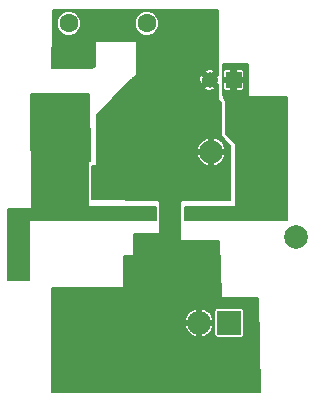
<source format=gbl>
G04 #@! TF.FileFunction,Copper,L2,Bot,Signal*
%FSLAX46Y46*%
G04 Gerber Fmt 4.6, Leading zero omitted, Abs format (unit mm)*
G04 Created by KiCad (PCBNEW 4.0.2-stable) date Tuesday, November 15, 2016 'AMt' 11:42:37 AM*
%MOMM*%
G01*
G04 APERTURE LIST*
%ADD10C,0.100000*%
%ADD11R,2.032000X2.032000*%
%ADD12O,2.032000X2.032000*%
%ADD13R,1.350000X1.350000*%
%ADD14C,1.350000*%
%ADD15C,1.998980*%
%ADD16C,1.600000*%
%ADD17C,0.685800*%
%ADD18C,0.152400*%
G04 APERTURE END LIST*
D10*
D11*
X158623000Y-110617000D03*
D12*
X156083000Y-110617000D03*
D13*
X158988000Y-90043000D03*
D14*
X156988000Y-90043000D03*
D15*
X157099000Y-96139000D03*
X164283205Y-103323205D03*
D16*
X151636000Y-85267800D03*
X145036000Y-85267800D03*
D17*
X143637000Y-94488000D03*
X144399000Y-95504000D03*
X144399000Y-97155000D03*
X144145000Y-98806000D03*
X140716000Y-101346000D03*
X141859000Y-101346000D03*
X143002000Y-100076000D03*
X143002000Y-101346000D03*
X144145000Y-101346000D03*
X144145000Y-100076000D03*
X145415000Y-100076000D03*
X145415000Y-101346000D03*
X146558000Y-101346000D03*
X148336000Y-101346000D03*
X149733000Y-101346000D03*
X142875000Y-91694000D03*
X144780000Y-91821000D03*
X146177000Y-91821000D03*
X146177000Y-93091000D03*
X144780000Y-93091000D03*
X144780000Y-94488000D03*
X146177000Y-94488000D03*
X153289000Y-99441000D03*
X155321000Y-99441000D03*
X157353000Y-99441000D03*
X157353000Y-98044000D03*
X155448000Y-98044000D03*
X153289000Y-98044000D03*
X151511000Y-98044000D03*
X149860000Y-98044000D03*
X148082000Y-97282000D03*
X149860000Y-96774000D03*
X151638000Y-96774000D03*
X153289000Y-96647000D03*
X155321000Y-96647000D03*
X155321000Y-94869000D03*
X153289000Y-94869000D03*
X151384000Y-94869000D03*
X148844000Y-94869000D03*
X148717000Y-92964000D03*
X151511000Y-92964000D03*
X153289000Y-92964000D03*
X155448000Y-92964000D03*
X155448000Y-91186000D03*
X153289000Y-91059000D03*
X151511000Y-91059000D03*
X149860000Y-91567000D03*
X151765000Y-89662000D03*
X153924000Y-89662000D03*
X155575000Y-89662000D03*
X157226000Y-88519000D03*
X155194000Y-88519000D03*
X153416000Y-88392000D03*
X153416000Y-86741000D03*
X155321000Y-86741000D03*
X156972000Y-86741000D03*
X156972000Y-84836000D03*
X155321000Y-84836000D03*
X153543000Y-84836000D03*
X157480000Y-104140000D03*
X157480000Y-107950000D03*
X155575000Y-107950000D03*
X154305000Y-108585000D03*
X152400000Y-108585000D03*
X144780000Y-115570000D03*
X146685000Y-115570000D03*
X148590000Y-115570000D03*
X150495000Y-115570000D03*
X152400000Y-115570000D03*
X154305000Y-115570000D03*
X156210000Y-115570000D03*
X158115000Y-115570000D03*
X160020000Y-115570000D03*
X160020000Y-114300000D03*
X158115000Y-114300000D03*
X156210000Y-114300000D03*
X154305000Y-114300000D03*
X152400000Y-114300000D03*
X150495000Y-114300000D03*
X148590000Y-114300000D03*
X146685000Y-114300000D03*
X144780000Y-114300000D03*
X144780000Y-112395000D03*
X146685000Y-112395000D03*
X148590000Y-112395000D03*
X150495000Y-112395000D03*
X152400000Y-112395000D03*
X154305000Y-112395000D03*
X154305000Y-110490000D03*
X152400000Y-110490000D03*
X150495000Y-110490000D03*
X148590000Y-110490000D03*
X146685000Y-110490000D03*
X144780000Y-110490000D03*
X144780000Y-108585000D03*
X146685000Y-108585000D03*
X148590000Y-108585000D03*
X150495000Y-108585000D03*
X151765000Y-107188000D03*
X150368000Y-107188000D03*
X151511000Y-105918000D03*
X151511000Y-104394000D03*
X153543000Y-104394000D03*
X155067000Y-104394000D03*
X153543000Y-103378000D03*
X153543000Y-101981000D03*
X153543000Y-100584000D03*
X151511000Y-99441000D03*
X149860000Y-99441000D03*
X159258000Y-91694000D03*
X161290000Y-92329000D03*
X162560000Y-92202000D03*
X162560000Y-93599000D03*
X161163000Y-93599000D03*
X160020000Y-95504000D03*
X159766000Y-96774000D03*
X161417000Y-96774000D03*
X162814000Y-96774000D03*
X162814000Y-98298000D03*
X161417000Y-98298000D03*
X159766000Y-98298000D03*
X159766000Y-99695000D03*
X161163000Y-99695000D03*
X162814000Y-99695000D03*
X162814000Y-101346000D03*
X161163000Y-101346000D03*
X159385000Y-101346000D03*
X157734000Y-101346000D03*
D18*
X143637000Y-94742000D02*
X143637000Y-94488000D01*
X144399000Y-95504000D02*
X143637000Y-94742000D01*
X144399000Y-98552000D02*
X144399000Y-97155000D01*
X144145000Y-98806000D02*
X144399000Y-98552000D01*
X141859000Y-101346000D02*
X140716000Y-101346000D01*
X144145000Y-101346000D02*
X143002000Y-101346000D01*
X145415000Y-100076000D02*
X144145000Y-100076000D01*
X146558000Y-101346000D02*
X145415000Y-101346000D01*
X149733000Y-101346000D02*
X148336000Y-101346000D01*
X146177000Y-91821000D02*
X144780000Y-91821000D01*
X144780000Y-93091000D02*
X146177000Y-93091000D01*
X146177000Y-94488000D02*
X144780000Y-94488000D01*
X153289000Y-99441000D02*
X155321000Y-99441000D01*
X157353000Y-99441000D02*
X157353000Y-98044000D01*
X155448000Y-98044000D02*
X153289000Y-98044000D01*
X151511000Y-98044000D02*
X149860000Y-98044000D01*
X148082000Y-97282000D02*
X148590000Y-96774000D01*
X148590000Y-96774000D02*
X149860000Y-96774000D01*
X151638000Y-96774000D02*
X151765000Y-96647000D01*
X151765000Y-96647000D02*
X153289000Y-96647000D01*
X155321000Y-96647000D02*
X155321000Y-94869000D01*
X153289000Y-94869000D02*
X151384000Y-94869000D01*
X148844000Y-94869000D02*
X148717000Y-94742000D01*
X148717000Y-94742000D02*
X148717000Y-92964000D01*
X151511000Y-92964000D02*
X153289000Y-92964000D01*
X155448000Y-92964000D02*
X155448000Y-91186000D01*
X153289000Y-91059000D02*
X151511000Y-91059000D01*
X149860000Y-91567000D02*
X151765000Y-89662000D01*
X153924000Y-89662000D02*
X155575000Y-89662000D01*
X157226000Y-88519000D02*
X155194000Y-88519000D01*
X153416000Y-88392000D02*
X153416000Y-86741000D01*
X155321000Y-86741000D02*
X156972000Y-86741000D01*
X156972000Y-84836000D02*
X155321000Y-84836000D01*
X155575000Y-107950000D02*
X157480000Y-107950000D01*
X152400000Y-108585000D02*
X154305000Y-108585000D01*
X146685000Y-115570000D02*
X144780000Y-115570000D01*
X150495000Y-115570000D02*
X148590000Y-115570000D01*
X154305000Y-115570000D02*
X152400000Y-115570000D01*
X158115000Y-115570000D02*
X156210000Y-115570000D01*
X160020000Y-114300000D02*
X160020000Y-115570000D01*
X156210000Y-114300000D02*
X158115000Y-114300000D01*
X152400000Y-114300000D02*
X154305000Y-114300000D01*
X148590000Y-114300000D02*
X150495000Y-114300000D01*
X144780000Y-114300000D02*
X146685000Y-114300000D01*
X146685000Y-112395000D02*
X144780000Y-112395000D01*
X150495000Y-112395000D02*
X148590000Y-112395000D01*
X154305000Y-112395000D02*
X152400000Y-112395000D01*
X152400000Y-110490000D02*
X154305000Y-110490000D01*
X148590000Y-110490000D02*
X150495000Y-110490000D01*
X144780000Y-110490000D02*
X146685000Y-110490000D01*
X146685000Y-108585000D02*
X144780000Y-108585000D01*
X150495000Y-108585000D02*
X148590000Y-108585000D01*
X150368000Y-107061000D02*
X150368000Y-107188000D01*
X151511000Y-105918000D02*
X150368000Y-107061000D01*
X153543000Y-104394000D02*
X151511000Y-104394000D01*
X154559000Y-104394000D02*
X155067000Y-104394000D01*
X153543000Y-103378000D02*
X154559000Y-104394000D01*
X153543000Y-100584000D02*
X153543000Y-101981000D01*
X149860000Y-99441000D02*
X151511000Y-99441000D01*
X162433000Y-92329000D02*
X161290000Y-92329000D01*
X162560000Y-92202000D02*
X162433000Y-92329000D01*
X161163000Y-93599000D02*
X162560000Y-93599000D01*
X160020000Y-96520000D02*
X160020000Y-95504000D01*
X159766000Y-96774000D02*
X160020000Y-96520000D01*
X162814000Y-96774000D02*
X161417000Y-96774000D01*
X161417000Y-98298000D02*
X162814000Y-98298000D01*
X159766000Y-99695000D02*
X159766000Y-98298000D01*
X162814000Y-99695000D02*
X161163000Y-99695000D01*
X161163000Y-101346000D02*
X162814000Y-101346000D01*
X157734000Y-101346000D02*
X159385000Y-101346000D01*
G36*
X157657800Y-89624647D02*
X157239447Y-90043000D01*
X157657800Y-90461353D01*
X157657800Y-91694000D01*
X157663803Y-91723646D01*
X157680118Y-91747882D01*
X157911800Y-91979564D01*
X157911800Y-94742000D01*
X157917803Y-94771646D01*
X157930145Y-94791590D01*
X158673800Y-95659188D01*
X158673800Y-100253800D01*
X154559000Y-100253800D01*
X154529354Y-100259803D01*
X154504379Y-100276868D01*
X154488011Y-100302305D01*
X154482800Y-100330000D01*
X154482800Y-103632000D01*
X154488803Y-103661646D01*
X154505868Y-103686621D01*
X154531305Y-103702989D01*
X154559000Y-103708200D01*
X157786778Y-103708200D01*
X157911826Y-108460005D01*
X157918608Y-108489482D01*
X157936323Y-108514000D01*
X157962182Y-108529693D01*
X157988000Y-108534200D01*
X161087981Y-108534200D01*
X161212600Y-116509800D01*
X143586200Y-116509800D01*
X143586200Y-110985315D01*
X154894129Y-110985315D01*
X155125574Y-111412240D01*
X155502779Y-111718097D01*
X155714688Y-111805855D01*
X155905200Y-111791063D01*
X155905200Y-110794800D01*
X156260800Y-110794800D01*
X156260800Y-111791063D01*
X156451312Y-111805855D01*
X156663221Y-111718097D01*
X157040426Y-111412240D01*
X157271871Y-110985315D01*
X157257701Y-110794800D01*
X156260800Y-110794800D01*
X155905200Y-110794800D01*
X154908299Y-110794800D01*
X154894129Y-110985315D01*
X143586200Y-110985315D01*
X143586200Y-110248685D01*
X154894129Y-110248685D01*
X154908299Y-110439200D01*
X155905200Y-110439200D01*
X155905200Y-109442937D01*
X156260800Y-109442937D01*
X156260800Y-110439200D01*
X157257701Y-110439200D01*
X157271871Y-110248685D01*
X157040426Y-109821760D01*
X156768169Y-109601000D01*
X157373922Y-109601000D01*
X157373922Y-111633000D01*
X157389862Y-111717714D01*
X157439928Y-111795518D01*
X157516320Y-111847715D01*
X157607000Y-111866078D01*
X159639000Y-111866078D01*
X159723714Y-111850138D01*
X159801518Y-111800072D01*
X159853715Y-111723680D01*
X159872078Y-111633000D01*
X159872078Y-109601000D01*
X159856138Y-109516286D01*
X159806072Y-109438482D01*
X159729680Y-109386285D01*
X159639000Y-109367922D01*
X157607000Y-109367922D01*
X157522286Y-109383862D01*
X157444482Y-109433928D01*
X157392285Y-109510320D01*
X157373922Y-109601000D01*
X156768169Y-109601000D01*
X156663221Y-109515903D01*
X156451312Y-109428145D01*
X156260800Y-109442937D01*
X155905200Y-109442937D01*
X155714688Y-109428145D01*
X155502779Y-109515903D01*
X155125574Y-109821760D01*
X154894129Y-110248685D01*
X143586200Y-110248685D01*
X143586200Y-107645200D01*
X149606000Y-107645200D01*
X149635646Y-107639197D01*
X149660621Y-107622132D01*
X149676989Y-107596695D01*
X149682200Y-107569000D01*
X149682200Y-104978200D01*
X150495000Y-104978200D01*
X150524646Y-104972197D01*
X150549621Y-104955132D01*
X150565989Y-104929695D01*
X150571200Y-104902000D01*
X150571200Y-103073200D01*
X152654000Y-103073200D01*
X152683646Y-103067197D01*
X152708621Y-103050132D01*
X152724989Y-103024695D01*
X152730200Y-102997000D01*
X152730200Y-100330000D01*
X152724197Y-100300354D01*
X152707132Y-100275379D01*
X152681695Y-100259011D01*
X152655693Y-100253819D01*
X147015200Y-100128475D01*
X147015200Y-97358200D01*
X147320000Y-97358200D01*
X147349646Y-97352197D01*
X147374621Y-97335132D01*
X147390989Y-97309695D01*
X147396200Y-97282000D01*
X147396200Y-96508506D01*
X155902612Y-96508506D01*
X156135085Y-96938217D01*
X156514306Y-97246255D01*
X156729494Y-97335388D01*
X156921200Y-97320699D01*
X156921200Y-96316800D01*
X157276800Y-96316800D01*
X157276800Y-97320699D01*
X157468506Y-97335388D01*
X157898217Y-97102915D01*
X158206255Y-96723694D01*
X158295388Y-96508506D01*
X158280699Y-96316800D01*
X157276800Y-96316800D01*
X156921200Y-96316800D01*
X155917301Y-96316800D01*
X155902612Y-96508506D01*
X147396200Y-96508506D01*
X147396200Y-95769494D01*
X155902612Y-95769494D01*
X155917301Y-95961200D01*
X156921200Y-95961200D01*
X156921200Y-94957301D01*
X157276800Y-94957301D01*
X157276800Y-95961200D01*
X158280699Y-95961200D01*
X158295388Y-95769494D01*
X158062915Y-95339783D01*
X157683694Y-95031745D01*
X157468506Y-94942612D01*
X157276800Y-94957301D01*
X156921200Y-94957301D01*
X156729494Y-94942612D01*
X156299783Y-95175085D01*
X155991745Y-95554306D01*
X155902612Y-95769494D01*
X147396200Y-95769494D01*
X147396200Y-92995564D01*
X149625066Y-90766698D01*
X156515749Y-90766698D01*
X156600495Y-90878846D01*
X156949856Y-90963513D01*
X157305024Y-90908040D01*
X157375505Y-90878846D01*
X157460251Y-90766698D01*
X156988000Y-90294447D01*
X156515749Y-90766698D01*
X149625066Y-90766698D01*
X150386908Y-90004856D01*
X156067487Y-90004856D01*
X156122960Y-90360024D01*
X156152154Y-90430505D01*
X156264302Y-90515251D01*
X156736553Y-90043000D01*
X156264302Y-89570749D01*
X156152154Y-89655495D01*
X156067487Y-90004856D01*
X150386908Y-90004856D01*
X150802882Y-89588882D01*
X150819599Y-89563673D01*
X150825200Y-89535000D01*
X150825200Y-89319302D01*
X156515749Y-89319302D01*
X156988000Y-89791553D01*
X157460251Y-89319302D01*
X157375505Y-89207154D01*
X157026144Y-89122487D01*
X156670976Y-89177960D01*
X156600495Y-89207154D01*
X156515749Y-89319302D01*
X150825200Y-89319302D01*
X150825200Y-86868000D01*
X150819197Y-86838354D01*
X150802132Y-86813379D01*
X150776695Y-86797011D01*
X150749000Y-86791800D01*
X147320000Y-86791800D01*
X147290354Y-86797803D01*
X147265379Y-86814868D01*
X147249011Y-86840305D01*
X147243800Y-86868000D01*
X147243800Y-88868436D01*
X147034436Y-89077800D01*
X143588129Y-89077800D01*
X143678286Y-85471503D01*
X144007222Y-85471503D01*
X144163487Y-85849694D01*
X144452584Y-86139296D01*
X144830501Y-86296221D01*
X145239703Y-86296578D01*
X145617894Y-86140313D01*
X145907496Y-85851216D01*
X146064421Y-85473299D01*
X146064422Y-85471503D01*
X150607222Y-85471503D01*
X150763487Y-85849694D01*
X151052584Y-86139296D01*
X151430501Y-86296221D01*
X151839703Y-86296578D01*
X152217894Y-86140313D01*
X152507496Y-85851216D01*
X152664421Y-85473299D01*
X152664778Y-85064097D01*
X152508513Y-84685906D01*
X152219416Y-84396304D01*
X151841499Y-84239379D01*
X151432297Y-84239022D01*
X151054106Y-84395287D01*
X150764504Y-84684384D01*
X150607579Y-85062301D01*
X150607222Y-85471503D01*
X146064422Y-85471503D01*
X146064778Y-85064097D01*
X145908513Y-84685906D01*
X145619416Y-84396304D01*
X145241499Y-84239379D01*
X144832297Y-84239022D01*
X144454106Y-84395287D01*
X144164504Y-84684384D01*
X144007579Y-85062301D01*
X144007222Y-85471503D01*
X143678286Y-85471503D01*
X143711319Y-84150200D01*
X157657800Y-84150200D01*
X157657800Y-89624647D01*
X157657800Y-89624647D01*
G37*
X157657800Y-89624647D02*
X157239447Y-90043000D01*
X157657800Y-90461353D01*
X157657800Y-91694000D01*
X157663803Y-91723646D01*
X157680118Y-91747882D01*
X157911800Y-91979564D01*
X157911800Y-94742000D01*
X157917803Y-94771646D01*
X157930145Y-94791590D01*
X158673800Y-95659188D01*
X158673800Y-100253800D01*
X154559000Y-100253800D01*
X154529354Y-100259803D01*
X154504379Y-100276868D01*
X154488011Y-100302305D01*
X154482800Y-100330000D01*
X154482800Y-103632000D01*
X154488803Y-103661646D01*
X154505868Y-103686621D01*
X154531305Y-103702989D01*
X154559000Y-103708200D01*
X157786778Y-103708200D01*
X157911826Y-108460005D01*
X157918608Y-108489482D01*
X157936323Y-108514000D01*
X157962182Y-108529693D01*
X157988000Y-108534200D01*
X161087981Y-108534200D01*
X161212600Y-116509800D01*
X143586200Y-116509800D01*
X143586200Y-110985315D01*
X154894129Y-110985315D01*
X155125574Y-111412240D01*
X155502779Y-111718097D01*
X155714688Y-111805855D01*
X155905200Y-111791063D01*
X155905200Y-110794800D01*
X156260800Y-110794800D01*
X156260800Y-111791063D01*
X156451312Y-111805855D01*
X156663221Y-111718097D01*
X157040426Y-111412240D01*
X157271871Y-110985315D01*
X157257701Y-110794800D01*
X156260800Y-110794800D01*
X155905200Y-110794800D01*
X154908299Y-110794800D01*
X154894129Y-110985315D01*
X143586200Y-110985315D01*
X143586200Y-110248685D01*
X154894129Y-110248685D01*
X154908299Y-110439200D01*
X155905200Y-110439200D01*
X155905200Y-109442937D01*
X156260800Y-109442937D01*
X156260800Y-110439200D01*
X157257701Y-110439200D01*
X157271871Y-110248685D01*
X157040426Y-109821760D01*
X156768169Y-109601000D01*
X157373922Y-109601000D01*
X157373922Y-111633000D01*
X157389862Y-111717714D01*
X157439928Y-111795518D01*
X157516320Y-111847715D01*
X157607000Y-111866078D01*
X159639000Y-111866078D01*
X159723714Y-111850138D01*
X159801518Y-111800072D01*
X159853715Y-111723680D01*
X159872078Y-111633000D01*
X159872078Y-109601000D01*
X159856138Y-109516286D01*
X159806072Y-109438482D01*
X159729680Y-109386285D01*
X159639000Y-109367922D01*
X157607000Y-109367922D01*
X157522286Y-109383862D01*
X157444482Y-109433928D01*
X157392285Y-109510320D01*
X157373922Y-109601000D01*
X156768169Y-109601000D01*
X156663221Y-109515903D01*
X156451312Y-109428145D01*
X156260800Y-109442937D01*
X155905200Y-109442937D01*
X155714688Y-109428145D01*
X155502779Y-109515903D01*
X155125574Y-109821760D01*
X154894129Y-110248685D01*
X143586200Y-110248685D01*
X143586200Y-107645200D01*
X149606000Y-107645200D01*
X149635646Y-107639197D01*
X149660621Y-107622132D01*
X149676989Y-107596695D01*
X149682200Y-107569000D01*
X149682200Y-104978200D01*
X150495000Y-104978200D01*
X150524646Y-104972197D01*
X150549621Y-104955132D01*
X150565989Y-104929695D01*
X150571200Y-104902000D01*
X150571200Y-103073200D01*
X152654000Y-103073200D01*
X152683646Y-103067197D01*
X152708621Y-103050132D01*
X152724989Y-103024695D01*
X152730200Y-102997000D01*
X152730200Y-100330000D01*
X152724197Y-100300354D01*
X152707132Y-100275379D01*
X152681695Y-100259011D01*
X152655693Y-100253819D01*
X147015200Y-100128475D01*
X147015200Y-97358200D01*
X147320000Y-97358200D01*
X147349646Y-97352197D01*
X147374621Y-97335132D01*
X147390989Y-97309695D01*
X147396200Y-97282000D01*
X147396200Y-96508506D01*
X155902612Y-96508506D01*
X156135085Y-96938217D01*
X156514306Y-97246255D01*
X156729494Y-97335388D01*
X156921200Y-97320699D01*
X156921200Y-96316800D01*
X157276800Y-96316800D01*
X157276800Y-97320699D01*
X157468506Y-97335388D01*
X157898217Y-97102915D01*
X158206255Y-96723694D01*
X158295388Y-96508506D01*
X158280699Y-96316800D01*
X157276800Y-96316800D01*
X156921200Y-96316800D01*
X155917301Y-96316800D01*
X155902612Y-96508506D01*
X147396200Y-96508506D01*
X147396200Y-95769494D01*
X155902612Y-95769494D01*
X155917301Y-95961200D01*
X156921200Y-95961200D01*
X156921200Y-94957301D01*
X157276800Y-94957301D01*
X157276800Y-95961200D01*
X158280699Y-95961200D01*
X158295388Y-95769494D01*
X158062915Y-95339783D01*
X157683694Y-95031745D01*
X157468506Y-94942612D01*
X157276800Y-94957301D01*
X156921200Y-94957301D01*
X156729494Y-94942612D01*
X156299783Y-95175085D01*
X155991745Y-95554306D01*
X155902612Y-95769494D01*
X147396200Y-95769494D01*
X147396200Y-92995564D01*
X149625066Y-90766698D01*
X156515749Y-90766698D01*
X156600495Y-90878846D01*
X156949856Y-90963513D01*
X157305024Y-90908040D01*
X157375505Y-90878846D01*
X157460251Y-90766698D01*
X156988000Y-90294447D01*
X156515749Y-90766698D01*
X149625066Y-90766698D01*
X150386908Y-90004856D01*
X156067487Y-90004856D01*
X156122960Y-90360024D01*
X156152154Y-90430505D01*
X156264302Y-90515251D01*
X156736553Y-90043000D01*
X156264302Y-89570749D01*
X156152154Y-89655495D01*
X156067487Y-90004856D01*
X150386908Y-90004856D01*
X150802882Y-89588882D01*
X150819599Y-89563673D01*
X150825200Y-89535000D01*
X150825200Y-89319302D01*
X156515749Y-89319302D01*
X156988000Y-89791553D01*
X157460251Y-89319302D01*
X157375505Y-89207154D01*
X157026144Y-89122487D01*
X156670976Y-89177960D01*
X156600495Y-89207154D01*
X156515749Y-89319302D01*
X150825200Y-89319302D01*
X150825200Y-86868000D01*
X150819197Y-86838354D01*
X150802132Y-86813379D01*
X150776695Y-86797011D01*
X150749000Y-86791800D01*
X147320000Y-86791800D01*
X147290354Y-86797803D01*
X147265379Y-86814868D01*
X147249011Y-86840305D01*
X147243800Y-86868000D01*
X147243800Y-88868436D01*
X147034436Y-89077800D01*
X143588129Y-89077800D01*
X143678286Y-85471503D01*
X144007222Y-85471503D01*
X144163487Y-85849694D01*
X144452584Y-86139296D01*
X144830501Y-86296221D01*
X145239703Y-86296578D01*
X145617894Y-86140313D01*
X145907496Y-85851216D01*
X146064421Y-85473299D01*
X146064422Y-85471503D01*
X150607222Y-85471503D01*
X150763487Y-85849694D01*
X151052584Y-86139296D01*
X151430501Y-86296221D01*
X151839703Y-86296578D01*
X152217894Y-86140313D01*
X152507496Y-85851216D01*
X152664421Y-85473299D01*
X152664778Y-85064097D01*
X152508513Y-84685906D01*
X152219416Y-84396304D01*
X151841499Y-84239379D01*
X151432297Y-84239022D01*
X151054106Y-84395287D01*
X150764504Y-84684384D01*
X150607579Y-85062301D01*
X150607222Y-85471503D01*
X146064422Y-85471503D01*
X146064778Y-85064097D01*
X145908513Y-84685906D01*
X145619416Y-84396304D01*
X145241499Y-84239379D01*
X144832297Y-84239022D01*
X144454106Y-84395287D01*
X144164504Y-84684384D01*
X144007579Y-85062301D01*
X144007222Y-85471503D01*
X143678286Y-85471503D01*
X143711319Y-84150200D01*
X157657800Y-84150200D01*
X157657800Y-89624647D01*
G36*
X160197800Y-91440000D02*
X160203803Y-91469646D01*
X160220868Y-91494621D01*
X160246305Y-91510989D01*
X160274000Y-91516200D01*
X163499800Y-91516200D01*
X163499800Y-101904800D01*
X154889200Y-101904800D01*
X154889200Y-100787200D01*
X159131000Y-100787200D01*
X159160646Y-100781197D01*
X159185621Y-100764132D01*
X159201989Y-100738695D01*
X159207200Y-100711000D01*
X159207200Y-95504000D01*
X159201197Y-95474354D01*
X159184882Y-95450118D01*
X158318200Y-94583436D01*
X158318200Y-91948000D01*
X158312750Y-91919700D01*
X158064200Y-91298325D01*
X158064200Y-90277950D01*
X158084400Y-90277950D01*
X158084400Y-90763471D01*
X158119202Y-90847491D01*
X158183508Y-90911797D01*
X158267528Y-90946600D01*
X158753050Y-90946600D01*
X158810200Y-90889450D01*
X158810200Y-90220800D01*
X159165800Y-90220800D01*
X159165800Y-90889450D01*
X159222950Y-90946600D01*
X159708472Y-90946600D01*
X159792492Y-90911797D01*
X159856798Y-90847491D01*
X159891600Y-90763471D01*
X159891600Y-90277950D01*
X159834450Y-90220800D01*
X159165800Y-90220800D01*
X158810200Y-90220800D01*
X158141550Y-90220800D01*
X158084400Y-90277950D01*
X158064200Y-90277950D01*
X158064200Y-89322529D01*
X158084400Y-89322529D01*
X158084400Y-89808050D01*
X158141550Y-89865200D01*
X158810200Y-89865200D01*
X158810200Y-89196550D01*
X159165800Y-89196550D01*
X159165800Y-89865200D01*
X159834450Y-89865200D01*
X159891600Y-89808050D01*
X159891600Y-89322529D01*
X159856798Y-89238509D01*
X159792492Y-89174203D01*
X159708472Y-89139400D01*
X159222950Y-89139400D01*
X159165800Y-89196550D01*
X158810200Y-89196550D01*
X158753050Y-89139400D01*
X158267528Y-89139400D01*
X158183508Y-89174203D01*
X158119202Y-89238509D01*
X158084400Y-89322529D01*
X158064200Y-89322529D01*
X158064200Y-88722200D01*
X160197800Y-88722200D01*
X160197800Y-91440000D01*
X160197800Y-91440000D01*
G37*
X160197800Y-91440000D02*
X160203803Y-91469646D01*
X160220868Y-91494621D01*
X160246305Y-91510989D01*
X160274000Y-91516200D01*
X163499800Y-91516200D01*
X163499800Y-101904800D01*
X154889200Y-101904800D01*
X154889200Y-100787200D01*
X159131000Y-100787200D01*
X159160646Y-100781197D01*
X159185621Y-100764132D01*
X159201989Y-100738695D01*
X159207200Y-100711000D01*
X159207200Y-95504000D01*
X159201197Y-95474354D01*
X159184882Y-95450118D01*
X158318200Y-94583436D01*
X158318200Y-91948000D01*
X158312750Y-91919700D01*
X158064200Y-91298325D01*
X158064200Y-90277950D01*
X158084400Y-90277950D01*
X158084400Y-90763471D01*
X158119202Y-90847491D01*
X158183508Y-90911797D01*
X158267528Y-90946600D01*
X158753050Y-90946600D01*
X158810200Y-90889450D01*
X158810200Y-90220800D01*
X159165800Y-90220800D01*
X159165800Y-90889450D01*
X159222950Y-90946600D01*
X159708472Y-90946600D01*
X159792492Y-90911797D01*
X159856798Y-90847491D01*
X159891600Y-90763471D01*
X159891600Y-90277950D01*
X159834450Y-90220800D01*
X159165800Y-90220800D01*
X158810200Y-90220800D01*
X158141550Y-90220800D01*
X158084400Y-90277950D01*
X158064200Y-90277950D01*
X158064200Y-89322529D01*
X158084400Y-89322529D01*
X158084400Y-89808050D01*
X158141550Y-89865200D01*
X158810200Y-89865200D01*
X158810200Y-89196550D01*
X159165800Y-89196550D01*
X159165800Y-89865200D01*
X159834450Y-89865200D01*
X159891600Y-89808050D01*
X159891600Y-89322529D01*
X159856798Y-89238509D01*
X159792492Y-89174203D01*
X159708472Y-89139400D01*
X159222950Y-89139400D01*
X159165800Y-89196550D01*
X158810200Y-89196550D01*
X158753050Y-89139400D01*
X158267528Y-89139400D01*
X158183508Y-89174203D01*
X158119202Y-89238509D01*
X158084400Y-89322529D01*
X158064200Y-89322529D01*
X158064200Y-88722200D01*
X160197800Y-88722200D01*
X160197800Y-91440000D01*
G36*
X146836735Y-96951800D02*
X146710400Y-96951800D01*
X146680754Y-96957803D01*
X146655779Y-96974868D01*
X146639411Y-97000305D01*
X146634200Y-97028000D01*
X146634200Y-100736400D01*
X146640203Y-100766046D01*
X146657268Y-100791021D01*
X146682705Y-100807389D01*
X146710400Y-100812600D01*
X152326129Y-100812600D01*
X152425400Y-100878781D01*
X152425400Y-101930200D01*
X141732000Y-101930200D01*
X141702354Y-101936203D01*
X141677379Y-101953268D01*
X141661011Y-101978705D01*
X141655800Y-102006400D01*
X141655800Y-107010200D01*
X139928600Y-107010200D01*
X139928600Y-100965000D01*
X141833600Y-100965000D01*
X141863246Y-100958997D01*
X141888221Y-100941932D01*
X141904589Y-100916495D01*
X141909799Y-100888401D01*
X141859400Y-91262200D01*
X146787260Y-91262200D01*
X146836735Y-96951800D01*
X146836735Y-96951800D01*
G37*
X146836735Y-96951800D02*
X146710400Y-96951800D01*
X146680754Y-96957803D01*
X146655779Y-96974868D01*
X146639411Y-97000305D01*
X146634200Y-97028000D01*
X146634200Y-100736400D01*
X146640203Y-100766046D01*
X146657268Y-100791021D01*
X146682705Y-100807389D01*
X146710400Y-100812600D01*
X152326129Y-100812600D01*
X152425400Y-100878781D01*
X152425400Y-101930200D01*
X141732000Y-101930200D01*
X141702354Y-101936203D01*
X141677379Y-101953268D01*
X141661011Y-101978705D01*
X141655800Y-102006400D01*
X141655800Y-107010200D01*
X139928600Y-107010200D01*
X139928600Y-100965000D01*
X141833600Y-100965000D01*
X141863246Y-100958997D01*
X141888221Y-100941932D01*
X141904589Y-100916495D01*
X141909799Y-100888401D01*
X141859400Y-91262200D01*
X146787260Y-91262200D01*
X146836735Y-96951800D01*
M02*

</source>
